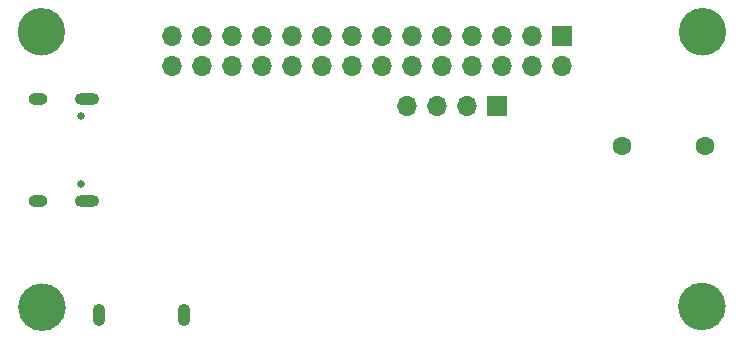
<source format=gbs>
G04 #@! TF.GenerationSoftware,KiCad,Pcbnew,7.0.7*
G04 #@! TF.CreationDate,2023-09-27T05:56:12+07:00*
G04 #@! TF.ProjectId,Radianite-Micro-F1C200s,52616469-616e-4697-9465-2d4d6963726f,rev?*
G04 #@! TF.SameCoordinates,Original*
G04 #@! TF.FileFunction,Soldermask,Bot*
G04 #@! TF.FilePolarity,Negative*
%FSLAX46Y46*%
G04 Gerber Fmt 4.6, Leading zero omitted, Abs format (unit mm)*
G04 Created by KiCad (PCBNEW 7.0.7) date 2023-09-27 05:56:12*
%MOMM*%
%LPD*%
G01*
G04 APERTURE LIST*
%ADD10C,2.004378*%
%ADD11R,1.700000X1.700000*%
%ADD12O,1.700000X1.700000*%
%ADD13C,2.100000*%
%ADD14O,1.050000X1.900000*%
%ADD15C,0.650000*%
%ADD16O,2.100000X1.000000*%
%ADD17O,1.600000X1.000000*%
%ADD18C,1.600000*%
G04 APERTURE END LIST*
D10*
X159022811Y-125350000D02*
G75*
G03*
X159022811Y-125350000I-1002189J0D01*
G01*
X103102189Y-102100000D02*
G75*
G03*
X103102189Y-102100000I-1002189J0D01*
G01*
X159077189Y-102100000D02*
G75*
G03*
X159077189Y-102100000I-1002189J0D01*
G01*
X103152189Y-125420622D02*
G75*
G03*
X103152189Y-125420622I-1002189J0D01*
G01*
D11*
G04 #@! TO.C,J4*
X140680000Y-108400000D03*
D12*
X138140000Y-108400000D03*
X135600000Y-108400000D03*
X133060000Y-108400000D03*
G04 #@! TD*
D13*
G04 #@! TO.C,REF\u002A\u002A*
X102150000Y-125400000D03*
G04 #@! TD*
G04 #@! TO.C,REF\u002A\u002A*
X158065076Y-102100000D03*
G04 #@! TD*
G04 #@! TO.C,REF\u002A\u002A*
X102100000Y-102100000D03*
G04 #@! TD*
D14*
G04 #@! TO.C,J2*
X107005000Y-126080000D03*
X114155000Y-126080000D03*
G04 #@! TD*
D13*
G04 #@! TO.C,REF\u002A\u002A*
X158012514Y-125352562D03*
G04 #@! TD*
D15*
G04 #@! TO.C,J1*
X105480000Y-109190000D03*
X105480000Y-114970000D03*
D16*
X105980000Y-107760000D03*
D17*
X101800000Y-107760000D03*
D16*
X105980000Y-116400000D03*
D17*
X101800000Y-116400000D03*
G04 #@! TD*
D18*
G04 #@! TO.C,J3*
X158300000Y-111750000D03*
X151300000Y-111750000D03*
G04 #@! TD*
D11*
G04 #@! TO.C,J6*
X146200000Y-102460000D03*
D12*
X146200000Y-105000000D03*
X143660000Y-102460000D03*
X143660000Y-105000000D03*
X141120000Y-102460000D03*
X141120000Y-105000000D03*
X138580000Y-102460000D03*
X138580000Y-105000000D03*
X136040000Y-102460000D03*
X136040000Y-105000000D03*
X133500000Y-102460000D03*
X133500000Y-105000000D03*
X130960000Y-102460000D03*
X130960000Y-105000000D03*
X128420000Y-102460000D03*
X128420000Y-105000000D03*
X125880000Y-102460000D03*
X125880000Y-105000000D03*
X123340000Y-102460000D03*
X123340000Y-105000000D03*
X120800000Y-102460000D03*
X120800000Y-105000000D03*
X118260000Y-102460000D03*
X118260000Y-105000000D03*
X115720000Y-102460000D03*
X115720000Y-105000000D03*
X113180000Y-102460000D03*
X113180000Y-105000000D03*
G04 #@! TD*
M02*

</source>
